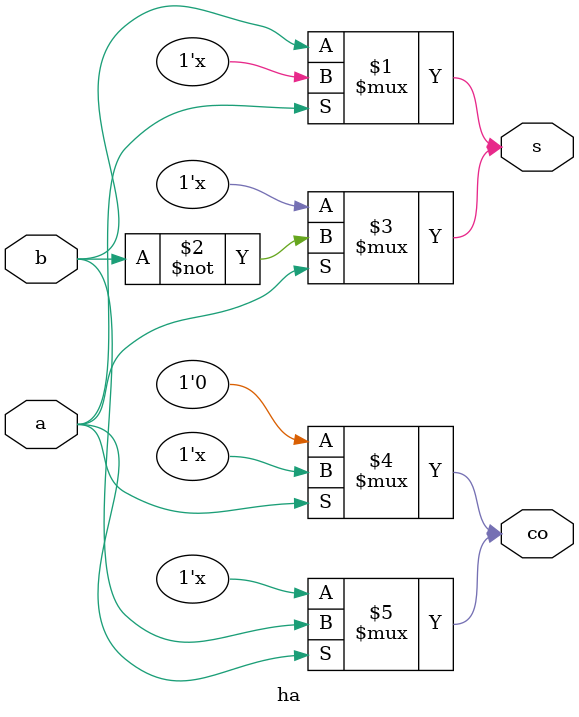
<source format=v>
module ha(
input a , b,
output co ,s 
);

// sum
bufif0 u1(s,b,a);
notif1 u2(s,b,a);
// carry
bufif0 u3(co,1'b0,a);
bufif1 u4(co,b,a);

endmodule

</source>
